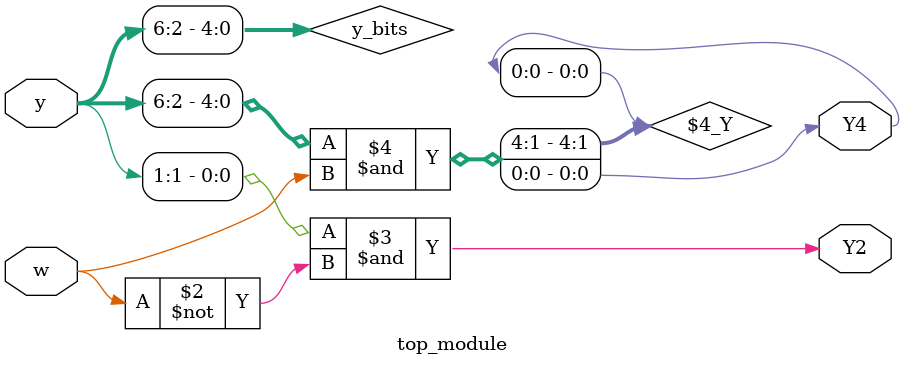
<source format=sv>
module top_module (
	input [6:1] y,
	input w,
	output reg Y2,
	output reg Y4
);

	reg [5:1] y_bits;

	always @ (*)
	begin
		y_bits = y[6:2];
		Y2 = y[1] & ~w;
		Y4 = y_bits & w;
	end

endmodule

</source>
